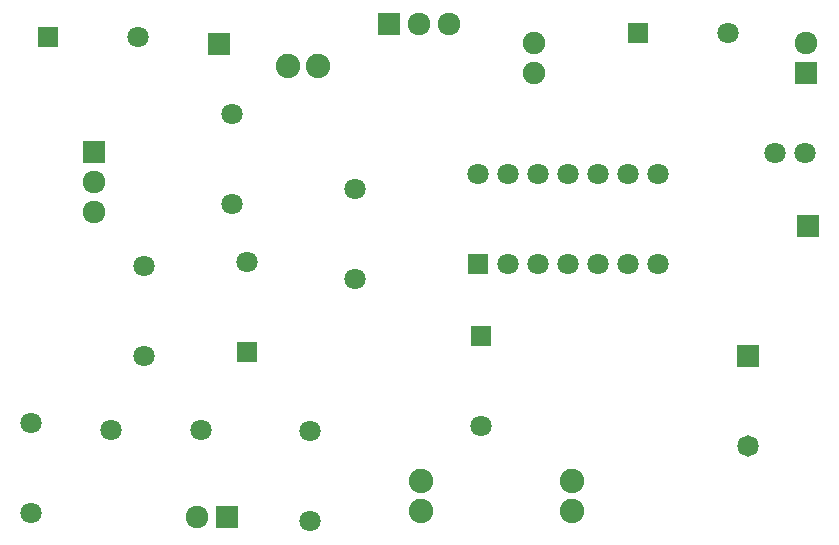
<source format=gbs>
G04 (created by PCBNEW (2013-june-11)-stable) date Tue 26 Nov 2013 22:50:24 ART*
%MOIN*%
G04 Gerber Fmt 3.4, Leading zero omitted, Abs format*
%FSLAX34Y34*%
G01*
G70*
G90*
G04 APERTURE LIST*
%ADD10C,0.00590551*%
%ADD11C,0.070748*%
%ADD12R,0.075748X0.075748*%
%ADD13C,0.075748*%
%ADD14C,0.081748*%
%ADD15C,0.074848*%
%ADD16R,0.070748X0.070748*%
%ADD17R,0.071748X0.071748*%
%ADD18C,0.071748*%
G04 APERTURE END LIST*
G54D10*
G54D11*
X89779Y-42500D03*
X89779Y-45500D03*
X84240Y-37000D03*
X84240Y-40000D03*
X87179Y-34920D03*
X87179Y-31920D03*
X83140Y-42459D03*
X86140Y-42459D03*
X80459Y-45220D03*
X80459Y-42220D03*
X91279Y-34420D03*
X91279Y-37420D03*
G54D12*
X82559Y-33200D03*
G54D13*
X82559Y-34200D03*
X82559Y-35200D03*
G54D12*
X92420Y-28920D03*
G54D13*
X93420Y-28920D03*
X94420Y-28920D03*
G54D12*
X106300Y-30540D03*
G54D13*
X106300Y-29540D03*
G54D12*
X87020Y-45359D03*
G54D13*
X86020Y-45359D03*
G54D12*
X106359Y-35640D03*
X86740Y-29580D03*
G54D14*
X90040Y-30320D03*
X89040Y-30320D03*
X98520Y-44159D03*
X98520Y-45159D03*
X93479Y-45159D03*
X93479Y-44159D03*
G54D15*
X97240Y-30560D03*
X97240Y-29560D03*
G54D16*
X95359Y-36920D03*
G54D11*
X96359Y-36920D03*
X97359Y-36920D03*
X98359Y-36920D03*
X99359Y-36920D03*
X100359Y-36920D03*
X101359Y-36920D03*
X101359Y-33920D03*
X100359Y-33920D03*
X99359Y-33920D03*
X98359Y-33920D03*
X97359Y-33920D03*
X96359Y-33920D03*
X95359Y-33920D03*
G54D16*
X95479Y-39320D03*
G54D11*
X95479Y-42320D03*
G54D16*
X87679Y-39860D03*
G54D11*
X87679Y-36860D03*
G54D16*
X81040Y-29360D03*
G54D11*
X84040Y-29360D03*
G54D16*
X100700Y-29220D03*
G54D11*
X103700Y-29220D03*
X105279Y-33220D03*
X106279Y-33220D03*
G54D17*
X104379Y-39979D03*
G54D18*
X104379Y-42979D03*
M02*

</source>
